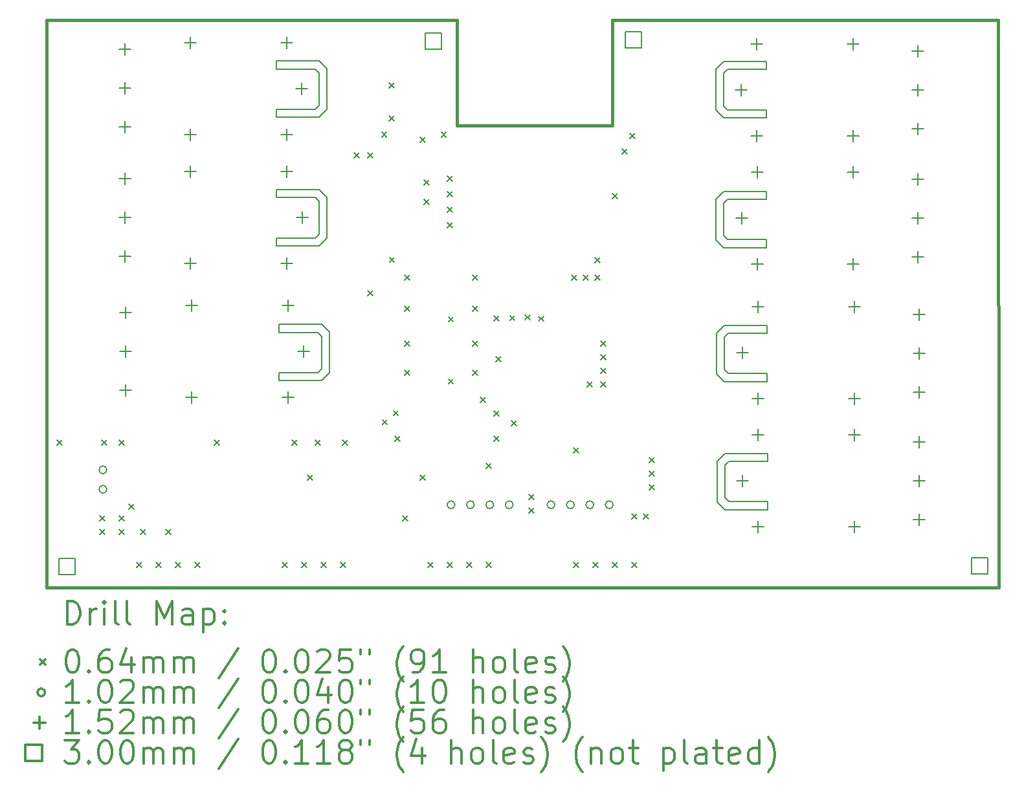
<source format=gbr>
%FSLAX45Y45*%
G04 Gerber Fmt 4.5, Leading zero omitted, Abs format (unit mm)*
G04 Created by KiCad (PCBNEW (5.1.6)-1) date 2020-06-22 15:28:19*
%MOMM*%
%LPD*%
G01*
G04 APERTURE LIST*
%TA.AperFunction,Profile*%
%ADD10C,0.203200*%
%TD*%
%TA.AperFunction,Profile*%
%ADD11C,0.381000*%
%TD*%
%ADD12C,0.200000*%
%ADD13C,0.300000*%
G04 APERTURE END LIST*
D10*
X16046450Y-8826500D02*
X15944850Y-8928100D01*
X16605250Y-8826500D02*
X16046450Y-8826500D01*
X15944850Y-9461500D02*
X16046450Y-9563100D01*
X15944850Y-8928100D02*
X15944850Y-9461500D01*
X16046450Y-9563100D02*
X16605250Y-9563100D01*
X16605250Y-9563100D02*
X16605250Y-9455150D01*
X16046450Y-8978900D02*
X16097250Y-8928100D01*
X16605250Y-9455150D02*
X16097250Y-9455150D01*
X16046450Y-9404350D02*
X16046450Y-8978900D01*
X16097250Y-8928100D02*
X16605250Y-8928100D01*
X16605250Y-8928100D02*
X16605250Y-8826500D01*
X16097250Y-9455150D02*
X16046450Y-9404350D01*
X16033750Y-7150100D02*
X15932150Y-7251700D01*
X16592550Y-7150100D02*
X16033750Y-7150100D01*
X15932150Y-7785100D02*
X16033750Y-7886700D01*
X15932150Y-7251700D02*
X15932150Y-7785100D01*
X16033750Y-7886700D02*
X16592550Y-7886700D01*
X16592550Y-7886700D02*
X16592550Y-7778750D01*
X16033750Y-7302500D02*
X16084550Y-7251700D01*
X16592550Y-7778750D02*
X16084550Y-7778750D01*
X16033750Y-7727950D02*
X16033750Y-7302500D01*
X16084550Y-7251700D02*
X16592550Y-7251700D01*
X16592550Y-7251700D02*
X16592550Y-7150100D01*
X16084550Y-7778750D02*
X16033750Y-7727950D01*
X16027400Y-5397500D02*
X15925800Y-5499100D01*
X16586200Y-5397500D02*
X16027400Y-5397500D01*
X15925800Y-6032500D02*
X16027400Y-6134100D01*
X15925800Y-5499100D02*
X15925800Y-6032500D01*
X16027400Y-6134100D02*
X16586200Y-6134100D01*
X16586200Y-6134100D02*
X16586200Y-6026150D01*
X16027400Y-5549900D02*
X16078200Y-5499100D01*
X16586200Y-6026150D02*
X16078200Y-6026150D01*
X16027400Y-5975350D02*
X16027400Y-5549900D01*
X16078200Y-5499100D02*
X16586200Y-5499100D01*
X16586200Y-5499100D02*
X16586200Y-5397500D01*
X16078200Y-6026150D02*
X16027400Y-5975350D01*
X16027400Y-3702050D02*
X15925800Y-3803650D01*
X16586200Y-3702050D02*
X16027400Y-3702050D01*
X15925800Y-4337050D02*
X16027400Y-4438650D01*
X15925800Y-3803650D02*
X15925800Y-4337050D01*
X16027400Y-4438650D02*
X16586200Y-4438650D01*
X16586200Y-4438650D02*
X16586200Y-4330700D01*
X16027400Y-3854450D02*
X16078200Y-3803650D01*
X16586200Y-4330700D02*
X16078200Y-4330700D01*
X16027400Y-4279900D02*
X16027400Y-3854450D01*
X16078200Y-3803650D02*
X16586200Y-3803650D01*
X16586200Y-3803650D02*
X16586200Y-3702050D01*
X16078200Y-4330700D02*
X16027400Y-4279900D01*
X10737850Y-6108700D02*
X10839450Y-6007100D01*
X10179050Y-6108700D02*
X10737850Y-6108700D01*
X10839450Y-5473700D02*
X10737850Y-5372100D01*
X10839450Y-6007100D02*
X10839450Y-5473700D01*
X10737850Y-5372100D02*
X10179050Y-5372100D01*
X10179050Y-5372100D02*
X10179050Y-5480050D01*
X10737850Y-5956300D02*
X10687050Y-6007100D01*
X10179050Y-5480050D02*
X10687050Y-5480050D01*
X10737850Y-5530850D02*
X10737850Y-5956300D01*
X10687050Y-6007100D02*
X10179050Y-6007100D01*
X10179050Y-6007100D02*
X10179050Y-6108700D01*
X10687050Y-5480050D02*
X10737850Y-5530850D01*
X10769600Y-7874000D02*
X10871200Y-7772400D01*
X10210800Y-7874000D02*
X10769600Y-7874000D01*
X10871200Y-7239000D02*
X10769600Y-7137400D01*
X10871200Y-7772400D02*
X10871200Y-7239000D01*
X10769600Y-7137400D02*
X10210800Y-7137400D01*
X10210800Y-7137400D02*
X10210800Y-7245350D01*
X10769600Y-7721600D02*
X10718800Y-7772400D01*
X10210800Y-7245350D02*
X10718800Y-7245350D01*
X10769600Y-7296150D02*
X10769600Y-7721600D01*
X10718800Y-7772400D02*
X10210800Y-7772400D01*
X10210800Y-7772400D02*
X10210800Y-7874000D01*
X10718800Y-7245350D02*
X10769600Y-7296150D01*
X10737850Y-4425950D02*
X10839450Y-4324350D01*
X10179050Y-4425950D02*
X10737850Y-4425950D01*
X10839450Y-3790950D02*
X10737850Y-3689350D01*
X10839450Y-4324350D02*
X10839450Y-3790950D01*
X10737850Y-3689350D02*
X10179050Y-3689350D01*
X10179050Y-3689350D02*
X10179050Y-3797300D01*
X10737850Y-4273550D02*
X10687050Y-4324350D01*
X10179050Y-3797300D02*
X10687050Y-3797300D01*
X10737850Y-3848100D02*
X10737850Y-4273550D01*
X10687050Y-4324350D02*
X10179050Y-4324350D01*
X10179050Y-4324350D02*
X10179050Y-4425950D01*
X10687050Y-3797300D02*
X10737850Y-3848100D01*
D11*
X7169150Y-3155950D02*
X12534900Y-3155950D01*
X14573250Y-3155950D02*
X19615150Y-3155950D01*
X12534900Y-4533900D02*
X12534900Y-3155950D01*
X14573250Y-4533900D02*
X14573250Y-3155950D01*
X12534900Y-4533900D02*
X14573250Y-4533900D01*
X7169150Y-10579100D02*
X7169150Y-3155950D01*
X19621500Y-10579100D02*
X7169150Y-10579100D01*
X19615150Y-3155950D02*
X19621500Y-10579100D01*
D12*
X7308850Y-8655050D02*
X7372350Y-8718550D01*
X7372350Y-8655050D02*
X7308850Y-8718550D01*
X7867650Y-9645650D02*
X7931150Y-9709150D01*
X7931150Y-9645650D02*
X7867650Y-9709150D01*
X7867650Y-9823450D02*
X7931150Y-9886950D01*
X7931150Y-9823450D02*
X7867650Y-9886950D01*
X7893050Y-8655050D02*
X7956550Y-8718550D01*
X7956550Y-8655050D02*
X7893050Y-8718550D01*
X8121650Y-8655050D02*
X8185150Y-8718550D01*
X8185150Y-8655050D02*
X8121650Y-8718550D01*
X8121650Y-9645650D02*
X8185150Y-9709150D01*
X8185150Y-9645650D02*
X8121650Y-9709150D01*
X8121650Y-9823450D02*
X8185150Y-9886950D01*
X8185150Y-9823450D02*
X8121650Y-9886950D01*
X8248650Y-9493250D02*
X8312150Y-9556750D01*
X8312150Y-9493250D02*
X8248650Y-9556750D01*
X8350250Y-10255250D02*
X8413750Y-10318750D01*
X8413750Y-10255250D02*
X8350250Y-10318750D01*
X8401050Y-9823450D02*
X8464550Y-9886950D01*
X8464550Y-9823450D02*
X8401050Y-9886950D01*
X8604250Y-10255250D02*
X8667750Y-10318750D01*
X8667750Y-10255250D02*
X8604250Y-10318750D01*
X8731250Y-9823450D02*
X8794750Y-9886950D01*
X8794750Y-9823450D02*
X8731250Y-9886950D01*
X8858250Y-10255250D02*
X8921750Y-10318750D01*
X8921750Y-10255250D02*
X8858250Y-10318750D01*
X9112250Y-10255250D02*
X9175750Y-10318750D01*
X9175750Y-10255250D02*
X9112250Y-10318750D01*
X9366250Y-8655050D02*
X9429750Y-8718550D01*
X9429750Y-8655050D02*
X9366250Y-8718550D01*
X10255250Y-10255250D02*
X10318750Y-10318750D01*
X10318750Y-10255250D02*
X10255250Y-10318750D01*
X10382250Y-8655050D02*
X10445750Y-8718550D01*
X10445750Y-8655050D02*
X10382250Y-8718550D01*
X10509250Y-10255250D02*
X10572750Y-10318750D01*
X10572750Y-10255250D02*
X10509250Y-10318750D01*
X10585450Y-9112250D02*
X10648950Y-9175750D01*
X10648950Y-9112250D02*
X10585450Y-9175750D01*
X10687050Y-8655050D02*
X10750550Y-8718550D01*
X10750550Y-8655050D02*
X10687050Y-8718550D01*
X10763250Y-10255250D02*
X10826750Y-10318750D01*
X10826750Y-10255250D02*
X10763250Y-10318750D01*
X11017250Y-10255250D02*
X11080750Y-10318750D01*
X11080750Y-10255250D02*
X11017250Y-10318750D01*
X11042650Y-8655050D02*
X11106150Y-8718550D01*
X11106150Y-8655050D02*
X11042650Y-8718550D01*
X11195050Y-4895850D02*
X11258550Y-4959350D01*
X11258550Y-4895850D02*
X11195050Y-4959350D01*
X11372850Y-4895850D02*
X11436350Y-4959350D01*
X11436350Y-4895850D02*
X11372850Y-4959350D01*
X11372850Y-6699250D02*
X11436350Y-6762750D01*
X11436350Y-6699250D02*
X11372850Y-6762750D01*
X11551542Y-4623240D02*
X11615042Y-4686740D01*
X11615042Y-4623240D02*
X11551542Y-4686740D01*
X11563350Y-8388350D02*
X11626850Y-8451850D01*
X11626850Y-8388350D02*
X11563350Y-8451850D01*
X11652250Y-3981450D02*
X11715750Y-4044950D01*
X11715750Y-3981450D02*
X11652250Y-4044950D01*
X11652250Y-4413250D02*
X11715750Y-4476750D01*
X11715750Y-4413250D02*
X11652250Y-4476750D01*
X11655651Y-6264049D02*
X11719151Y-6327549D01*
X11719151Y-6264049D02*
X11655651Y-6327549D01*
X11706451Y-8270649D02*
X11769951Y-8334149D01*
X11769951Y-8270649D02*
X11706451Y-8334149D01*
X11728450Y-8604250D02*
X11791950Y-8667750D01*
X11791950Y-8604250D02*
X11728450Y-8667750D01*
X11830050Y-9645650D02*
X11893550Y-9709150D01*
X11893550Y-9645650D02*
X11830050Y-9709150D01*
X11855450Y-6496050D02*
X11918950Y-6559550D01*
X11918950Y-6496050D02*
X11855450Y-6559550D01*
X11855450Y-6902450D02*
X11918950Y-6965950D01*
X11918950Y-6902450D02*
X11855450Y-6965950D01*
X11855450Y-7359650D02*
X11918950Y-7423150D01*
X11918950Y-7359650D02*
X11855450Y-7423150D01*
X11855450Y-7740650D02*
X11918950Y-7804150D01*
X11918950Y-7740650D02*
X11855450Y-7804150D01*
X12058650Y-4692650D02*
X12122150Y-4756150D01*
X12122150Y-4692650D02*
X12058650Y-4756150D01*
X12058650Y-9112250D02*
X12122150Y-9175750D01*
X12122150Y-9112250D02*
X12058650Y-9175750D01*
X12109450Y-5251450D02*
X12172950Y-5314950D01*
X12172950Y-5251450D02*
X12109450Y-5314950D01*
X12109450Y-5505450D02*
X12172950Y-5568950D01*
X12172950Y-5505450D02*
X12109450Y-5568950D01*
X12160250Y-10255250D02*
X12223750Y-10318750D01*
X12223750Y-10255250D02*
X12160250Y-10318750D01*
X12331700Y-4622800D02*
X12395200Y-4686300D01*
X12395200Y-4622800D02*
X12331700Y-4686300D01*
X12414250Y-5200650D02*
X12477750Y-5264150D01*
X12477750Y-5200650D02*
X12414250Y-5264150D01*
X12414250Y-5403850D02*
X12477750Y-5467350D01*
X12477750Y-5403850D02*
X12414250Y-5467350D01*
X12414250Y-5607050D02*
X12477750Y-5670550D01*
X12477750Y-5607050D02*
X12414250Y-5670550D01*
X12414250Y-5810250D02*
X12477750Y-5873750D01*
X12477750Y-5810250D02*
X12414250Y-5873750D01*
X12414250Y-10255250D02*
X12477750Y-10318750D01*
X12477750Y-10255250D02*
X12414250Y-10318750D01*
X12426950Y-7042150D02*
X12490450Y-7105650D01*
X12490450Y-7042150D02*
X12426950Y-7105650D01*
X12426950Y-7854950D02*
X12490450Y-7918450D01*
X12490450Y-7854950D02*
X12426950Y-7918450D01*
X12668250Y-10255250D02*
X12731750Y-10318750D01*
X12731750Y-10255250D02*
X12668250Y-10318750D01*
X12744450Y-6496050D02*
X12807950Y-6559550D01*
X12807950Y-6496050D02*
X12744450Y-6559550D01*
X12744450Y-6902450D02*
X12807950Y-6965950D01*
X12807950Y-6902450D02*
X12744450Y-6965950D01*
X12744450Y-7359650D02*
X12807950Y-7423150D01*
X12807950Y-7359650D02*
X12744450Y-7423150D01*
X12744450Y-7740650D02*
X12807950Y-7804150D01*
X12807950Y-7740650D02*
X12744450Y-7804150D01*
X12846050Y-8096250D02*
X12909550Y-8159750D01*
X12909550Y-8096250D02*
X12846050Y-8159750D01*
X12922250Y-8959850D02*
X12985750Y-9023350D01*
X12985750Y-8959850D02*
X12922250Y-9023350D01*
X12922250Y-10255250D02*
X12985750Y-10318750D01*
X12985750Y-10255250D02*
X12922250Y-10318750D01*
X13023850Y-7029450D02*
X13087350Y-7092950D01*
X13087350Y-7029450D02*
X13023850Y-7092950D01*
X13023850Y-8274050D02*
X13087350Y-8337550D01*
X13087350Y-8274050D02*
X13023850Y-8337550D01*
X13023850Y-8604250D02*
X13087350Y-8667750D01*
X13087350Y-8604250D02*
X13023850Y-8667750D01*
X13049250Y-7562850D02*
X13112750Y-7626350D01*
X13112750Y-7562850D02*
X13049250Y-7626350D01*
X13231021Y-7025479D02*
X13294521Y-7088979D01*
X13294521Y-7025479D02*
X13231021Y-7088979D01*
X13252450Y-8401050D02*
X13315950Y-8464550D01*
X13315950Y-8401050D02*
X13252450Y-8464550D01*
X13429029Y-7017270D02*
X13492529Y-7080770D01*
X13492529Y-7017270D02*
X13429029Y-7080770D01*
X13481050Y-9366250D02*
X13544550Y-9429750D01*
X13544550Y-9366250D02*
X13481050Y-9429750D01*
X13481050Y-9544050D02*
X13544550Y-9607550D01*
X13544550Y-9544050D02*
X13481050Y-9607550D01*
X13606273Y-7031323D02*
X13669773Y-7094823D01*
X13669773Y-7031323D02*
X13606273Y-7094823D01*
X14039850Y-6496050D02*
X14103350Y-6559550D01*
X14103350Y-6496050D02*
X14039850Y-6559550D01*
X14065250Y-8756650D02*
X14128750Y-8820150D01*
X14128750Y-8756650D02*
X14065250Y-8820150D01*
X14065250Y-10255250D02*
X14128750Y-10318750D01*
X14128750Y-10255250D02*
X14065250Y-10318750D01*
X14192250Y-6496050D02*
X14255750Y-6559550D01*
X14255750Y-6496050D02*
X14192250Y-6559550D01*
X14243050Y-7893050D02*
X14306550Y-7956550D01*
X14306550Y-7893050D02*
X14243050Y-7956550D01*
X14319250Y-10255250D02*
X14382750Y-10318750D01*
X14382750Y-10255250D02*
X14319250Y-10318750D01*
X14344650Y-6267450D02*
X14408150Y-6330950D01*
X14408150Y-6267450D02*
X14344650Y-6330950D01*
X14344650Y-6496050D02*
X14408150Y-6559550D01*
X14408150Y-6496050D02*
X14344650Y-6559550D01*
X14420850Y-7359650D02*
X14484350Y-7423150D01*
X14484350Y-7359650D02*
X14420850Y-7423150D01*
X14420850Y-7537450D02*
X14484350Y-7600950D01*
X14484350Y-7537450D02*
X14420850Y-7600950D01*
X14420850Y-7715250D02*
X14484350Y-7778750D01*
X14484350Y-7715250D02*
X14420850Y-7778750D01*
X14420850Y-7893050D02*
X14484350Y-7956550D01*
X14484350Y-7893050D02*
X14420850Y-7956550D01*
X14573250Y-5429250D02*
X14636750Y-5492750D01*
X14636750Y-5429250D02*
X14573250Y-5492750D01*
X14573250Y-10255250D02*
X14636750Y-10318750D01*
X14636750Y-10255250D02*
X14573250Y-10318750D01*
X14700250Y-4845050D02*
X14763750Y-4908550D01*
X14763750Y-4845050D02*
X14700250Y-4908550D01*
X14801850Y-4641850D02*
X14865350Y-4705350D01*
X14865350Y-4641850D02*
X14801850Y-4705350D01*
X14827250Y-9620250D02*
X14890750Y-9683750D01*
X14890750Y-9620250D02*
X14827250Y-9683750D01*
X14827250Y-10255250D02*
X14890750Y-10318750D01*
X14890750Y-10255250D02*
X14827250Y-10318750D01*
X14979650Y-9620250D02*
X15043150Y-9683750D01*
X15043150Y-9620250D02*
X14979650Y-9683750D01*
X15055850Y-8883650D02*
X15119350Y-8947150D01*
X15119350Y-8883650D02*
X15055850Y-8947150D01*
X15055850Y-9061450D02*
X15119350Y-9124950D01*
X15119350Y-9061450D02*
X15055850Y-9124950D01*
X15055850Y-9239250D02*
X15119350Y-9302750D01*
X15119350Y-9239250D02*
X15055850Y-9302750D01*
X7956550Y-9042400D02*
G75*
G03*
X7956550Y-9042400I-50800J0D01*
G01*
X7956550Y-9296400D02*
G75*
G03*
X7956550Y-9296400I-50800J0D01*
G01*
X12509500Y-9499600D02*
G75*
G03*
X12509500Y-9499600I-50800J0D01*
G01*
X12763500Y-9499600D02*
G75*
G03*
X12763500Y-9499600I-50800J0D01*
G01*
X13017500Y-9499600D02*
G75*
G03*
X13017500Y-9499600I-50800J0D01*
G01*
X13271500Y-9499600D02*
G75*
G03*
X13271500Y-9499600I-50800J0D01*
G01*
X13817600Y-9499600D02*
G75*
G03*
X13817600Y-9499600I-50800J0D01*
G01*
X14071600Y-9499600D02*
G75*
G03*
X14071600Y-9499600I-50800J0D01*
G01*
X14325600Y-9499600D02*
G75*
G03*
X14325600Y-9499600I-50800J0D01*
G01*
X14579600Y-9499600D02*
G75*
G03*
X14579600Y-9499600I-50800J0D01*
G01*
X8190230Y-3465830D02*
X8190230Y-3618230D01*
X8114030Y-3542030D02*
X8266430Y-3542030D01*
X8190230Y-3973830D02*
X8190230Y-4126230D01*
X8114030Y-4050030D02*
X8266430Y-4050030D01*
X8190230Y-4481830D02*
X8190230Y-4634230D01*
X8114030Y-4558030D02*
X8266430Y-4558030D01*
X16262350Y-5670550D02*
X16262350Y-5822950D01*
X16186150Y-5746750D02*
X16338550Y-5746750D01*
X16462350Y-5070550D02*
X16462350Y-5222950D01*
X16386150Y-5146750D02*
X16538550Y-5146750D01*
X16462350Y-6270550D02*
X16462350Y-6422950D01*
X16386150Y-6346750D02*
X16538550Y-6346750D01*
X17722850Y-5070550D02*
X17722850Y-5222950D01*
X17646650Y-5146750D02*
X17799050Y-5146750D01*
X17722850Y-6270550D02*
X17722850Y-6422950D01*
X17646650Y-6346750D02*
X17799050Y-6346750D01*
X8200390Y-6910070D02*
X8200390Y-7062470D01*
X8124190Y-6986270D02*
X8276590Y-6986270D01*
X8200390Y-7418070D02*
X8200390Y-7570470D01*
X8124190Y-7494270D02*
X8276590Y-7494270D01*
X8200390Y-7926070D02*
X8200390Y-8078470D01*
X8124190Y-8002270D02*
X8276590Y-8002270D01*
X16275050Y-9112250D02*
X16275050Y-9264650D01*
X16198850Y-9188450D02*
X16351250Y-9188450D01*
X16475050Y-8512250D02*
X16475050Y-8664650D01*
X16398850Y-8588450D02*
X16551250Y-8588450D01*
X16475050Y-9712250D02*
X16475050Y-9864650D01*
X16398850Y-9788450D02*
X16551250Y-9788450D01*
X17735550Y-8512250D02*
X17735550Y-8664650D01*
X17659350Y-8588450D02*
X17811750Y-8588450D01*
X17735550Y-9712250D02*
X17735550Y-9864650D01*
X17659350Y-9788450D02*
X17811750Y-9788450D01*
X18578830Y-6930390D02*
X18578830Y-7082790D01*
X18502630Y-7006590D02*
X18655030Y-7006590D01*
X18578830Y-7438390D02*
X18578830Y-7590790D01*
X18502630Y-7514590D02*
X18655030Y-7514590D01*
X18578830Y-7946390D02*
X18578830Y-8098790D01*
X18502630Y-8022590D02*
X18655030Y-8022590D01*
X18568670Y-3491230D02*
X18568670Y-3643630D01*
X18492470Y-3567430D02*
X18644870Y-3567430D01*
X18568670Y-3999230D02*
X18568670Y-4151630D01*
X18492470Y-4075430D02*
X18644870Y-4075430D01*
X18568670Y-4507230D02*
X18568670Y-4659630D01*
X18492470Y-4583430D02*
X18644870Y-4583430D01*
X9048750Y-3381450D02*
X9048750Y-3533850D01*
X8972550Y-3457650D02*
X9124950Y-3457650D01*
X9048750Y-4581450D02*
X9048750Y-4733850D01*
X8972550Y-4657650D02*
X9124950Y-4657650D01*
X10309250Y-3381450D02*
X10309250Y-3533850D01*
X10233050Y-3457650D02*
X10385450Y-3457650D01*
X10309250Y-4581450D02*
X10309250Y-4733850D01*
X10233050Y-4657650D02*
X10385450Y-4657650D01*
X10509250Y-3981450D02*
X10509250Y-4133850D01*
X10433050Y-4057650D02*
X10585450Y-4057650D01*
X16256950Y-3994150D02*
X16256950Y-4146550D01*
X16180750Y-4070350D02*
X16333150Y-4070350D01*
X16456950Y-3394150D02*
X16456950Y-3546550D01*
X16380750Y-3470350D02*
X16533150Y-3470350D01*
X16456950Y-4594150D02*
X16456950Y-4746550D01*
X16380750Y-4670350D02*
X16533150Y-4670350D01*
X17717450Y-3394150D02*
X17717450Y-3546550D01*
X17641250Y-3470350D02*
X17793650Y-3470350D01*
X17717450Y-4594150D02*
X17717450Y-4746550D01*
X17641250Y-4670350D02*
X17793650Y-4670350D01*
X8195310Y-5157470D02*
X8195310Y-5309870D01*
X8119110Y-5233670D02*
X8271510Y-5233670D01*
X8195310Y-5665470D02*
X8195310Y-5817870D01*
X8119110Y-5741670D02*
X8271510Y-5741670D01*
X8195310Y-6173470D02*
X8195310Y-6325870D01*
X8119110Y-6249670D02*
X8271510Y-6249670D01*
X16275050Y-7435850D02*
X16275050Y-7588250D01*
X16198850Y-7512050D02*
X16351250Y-7512050D01*
X16475050Y-6835850D02*
X16475050Y-6988250D01*
X16398850Y-6912050D02*
X16551250Y-6912050D01*
X16475050Y-8035850D02*
X16475050Y-8188250D01*
X16398850Y-8112050D02*
X16551250Y-8112050D01*
X17735550Y-6835850D02*
X17735550Y-6988250D01*
X17659350Y-6912050D02*
X17811750Y-6912050D01*
X17735550Y-8035850D02*
X17735550Y-8188250D01*
X17659350Y-8112050D02*
X17811750Y-8112050D01*
X18586450Y-8597900D02*
X18586450Y-8750300D01*
X18510250Y-8674100D02*
X18662650Y-8674100D01*
X18586450Y-9105900D02*
X18586450Y-9258300D01*
X18510250Y-9182100D02*
X18662650Y-9182100D01*
X18586450Y-9613900D02*
X18586450Y-9766300D01*
X18510250Y-9690100D02*
X18662650Y-9690100D01*
X9066530Y-6818070D02*
X9066530Y-6970470D01*
X8990330Y-6894270D02*
X9142730Y-6894270D01*
X9066530Y-8018070D02*
X9066530Y-8170470D01*
X8990330Y-8094270D02*
X9142730Y-8094270D01*
X10327030Y-6818070D02*
X10327030Y-6970470D01*
X10250830Y-6894270D02*
X10403230Y-6894270D01*
X10327030Y-8018070D02*
X10327030Y-8170470D01*
X10250830Y-8094270D02*
X10403230Y-8094270D01*
X10527030Y-7418070D02*
X10527030Y-7570470D01*
X10450830Y-7494270D02*
X10603230Y-7494270D01*
X18568670Y-5162550D02*
X18568670Y-5314950D01*
X18492470Y-5238750D02*
X18644870Y-5238750D01*
X18568670Y-5670550D02*
X18568670Y-5822950D01*
X18492470Y-5746750D02*
X18644870Y-5746750D01*
X18568670Y-6178550D02*
X18568670Y-6330950D01*
X18492470Y-6254750D02*
X18644870Y-6254750D01*
X9051290Y-5065470D02*
X9051290Y-5217870D01*
X8975090Y-5141670D02*
X9127490Y-5141670D01*
X9051290Y-6265470D02*
X9051290Y-6417870D01*
X8975090Y-6341670D02*
X9127490Y-6341670D01*
X10311790Y-5065470D02*
X10311790Y-5217870D01*
X10235590Y-5141670D02*
X10387990Y-5141670D01*
X10311790Y-6265470D02*
X10311790Y-6417870D01*
X10235590Y-6341670D02*
X10387990Y-6341670D01*
X10511790Y-5665470D02*
X10511790Y-5817870D01*
X10435590Y-5741670D02*
X10587990Y-5741670D01*
X14952367Y-3522367D02*
X14952367Y-3310233D01*
X14740233Y-3310233D01*
X14740233Y-3522367D01*
X14952367Y-3522367D01*
X19479917Y-10405767D02*
X19479917Y-10193633D01*
X19267783Y-10193633D01*
X19267783Y-10405767D01*
X19479917Y-10405767D01*
X12336167Y-3535067D02*
X12336167Y-3322933D01*
X12124033Y-3322933D01*
X12124033Y-3535067D01*
X12336167Y-3535067D01*
X7541917Y-10412117D02*
X7541917Y-10199983D01*
X7329783Y-10199983D01*
X7329783Y-10412117D01*
X7541917Y-10412117D01*
D13*
X7436528Y-11063864D02*
X7436528Y-10763864D01*
X7507957Y-10763864D01*
X7550814Y-10778150D01*
X7579386Y-10806722D01*
X7593671Y-10835293D01*
X7607957Y-10892436D01*
X7607957Y-10935293D01*
X7593671Y-10992436D01*
X7579386Y-11021007D01*
X7550814Y-11049579D01*
X7507957Y-11063864D01*
X7436528Y-11063864D01*
X7736528Y-11063864D02*
X7736528Y-10863864D01*
X7736528Y-10921007D02*
X7750814Y-10892436D01*
X7765100Y-10878150D01*
X7793671Y-10863864D01*
X7822243Y-10863864D01*
X7922243Y-11063864D02*
X7922243Y-10863864D01*
X7922243Y-10763864D02*
X7907957Y-10778150D01*
X7922243Y-10792436D01*
X7936528Y-10778150D01*
X7922243Y-10763864D01*
X7922243Y-10792436D01*
X8107957Y-11063864D02*
X8079386Y-11049579D01*
X8065100Y-11021007D01*
X8065100Y-10763864D01*
X8265100Y-11063864D02*
X8236528Y-11049579D01*
X8222243Y-11021007D01*
X8222243Y-10763864D01*
X8607957Y-11063864D02*
X8607957Y-10763864D01*
X8707957Y-10978150D01*
X8807957Y-10763864D01*
X8807957Y-11063864D01*
X9079386Y-11063864D02*
X9079386Y-10906722D01*
X9065100Y-10878150D01*
X9036528Y-10863864D01*
X8979386Y-10863864D01*
X8950814Y-10878150D01*
X9079386Y-11049579D02*
X9050814Y-11063864D01*
X8979386Y-11063864D01*
X8950814Y-11049579D01*
X8936528Y-11021007D01*
X8936528Y-10992436D01*
X8950814Y-10963864D01*
X8979386Y-10949579D01*
X9050814Y-10949579D01*
X9079386Y-10935293D01*
X9222243Y-10863864D02*
X9222243Y-11163864D01*
X9222243Y-10878150D02*
X9250814Y-10863864D01*
X9307957Y-10863864D01*
X9336528Y-10878150D01*
X9350814Y-10892436D01*
X9365100Y-10921007D01*
X9365100Y-11006722D01*
X9350814Y-11035293D01*
X9336528Y-11049579D01*
X9307957Y-11063864D01*
X9250814Y-11063864D01*
X9222243Y-11049579D01*
X9493671Y-11035293D02*
X9507957Y-11049579D01*
X9493671Y-11063864D01*
X9479386Y-11049579D01*
X9493671Y-11035293D01*
X9493671Y-11063864D01*
X9493671Y-10878150D02*
X9507957Y-10892436D01*
X9493671Y-10906722D01*
X9479386Y-10892436D01*
X9493671Y-10878150D01*
X9493671Y-10906722D01*
X7086600Y-11526400D02*
X7150100Y-11589900D01*
X7150100Y-11526400D02*
X7086600Y-11589900D01*
X7493671Y-11393864D02*
X7522243Y-11393864D01*
X7550814Y-11408150D01*
X7565100Y-11422436D01*
X7579386Y-11451007D01*
X7593671Y-11508150D01*
X7593671Y-11579579D01*
X7579386Y-11636721D01*
X7565100Y-11665293D01*
X7550814Y-11679579D01*
X7522243Y-11693864D01*
X7493671Y-11693864D01*
X7465100Y-11679579D01*
X7450814Y-11665293D01*
X7436528Y-11636721D01*
X7422243Y-11579579D01*
X7422243Y-11508150D01*
X7436528Y-11451007D01*
X7450814Y-11422436D01*
X7465100Y-11408150D01*
X7493671Y-11393864D01*
X7722243Y-11665293D02*
X7736528Y-11679579D01*
X7722243Y-11693864D01*
X7707957Y-11679579D01*
X7722243Y-11665293D01*
X7722243Y-11693864D01*
X7993671Y-11393864D02*
X7936528Y-11393864D01*
X7907957Y-11408150D01*
X7893671Y-11422436D01*
X7865100Y-11465293D01*
X7850814Y-11522436D01*
X7850814Y-11636721D01*
X7865100Y-11665293D01*
X7879386Y-11679579D01*
X7907957Y-11693864D01*
X7965100Y-11693864D01*
X7993671Y-11679579D01*
X8007957Y-11665293D01*
X8022243Y-11636721D01*
X8022243Y-11565293D01*
X8007957Y-11536721D01*
X7993671Y-11522436D01*
X7965100Y-11508150D01*
X7907957Y-11508150D01*
X7879386Y-11522436D01*
X7865100Y-11536721D01*
X7850814Y-11565293D01*
X8279386Y-11493864D02*
X8279386Y-11693864D01*
X8207957Y-11379579D02*
X8136528Y-11593864D01*
X8322243Y-11593864D01*
X8436528Y-11693864D02*
X8436528Y-11493864D01*
X8436528Y-11522436D02*
X8450814Y-11508150D01*
X8479386Y-11493864D01*
X8522243Y-11493864D01*
X8550814Y-11508150D01*
X8565100Y-11536721D01*
X8565100Y-11693864D01*
X8565100Y-11536721D02*
X8579386Y-11508150D01*
X8607957Y-11493864D01*
X8650814Y-11493864D01*
X8679386Y-11508150D01*
X8693671Y-11536721D01*
X8693671Y-11693864D01*
X8836528Y-11693864D02*
X8836528Y-11493864D01*
X8836528Y-11522436D02*
X8850814Y-11508150D01*
X8879386Y-11493864D01*
X8922243Y-11493864D01*
X8950814Y-11508150D01*
X8965100Y-11536721D01*
X8965100Y-11693864D01*
X8965100Y-11536721D02*
X8979386Y-11508150D01*
X9007957Y-11493864D01*
X9050814Y-11493864D01*
X9079386Y-11508150D01*
X9093671Y-11536721D01*
X9093671Y-11693864D01*
X9679386Y-11379579D02*
X9422243Y-11765293D01*
X10065100Y-11393864D02*
X10093671Y-11393864D01*
X10122243Y-11408150D01*
X10136528Y-11422436D01*
X10150814Y-11451007D01*
X10165100Y-11508150D01*
X10165100Y-11579579D01*
X10150814Y-11636721D01*
X10136528Y-11665293D01*
X10122243Y-11679579D01*
X10093671Y-11693864D01*
X10065100Y-11693864D01*
X10036528Y-11679579D01*
X10022243Y-11665293D01*
X10007957Y-11636721D01*
X9993671Y-11579579D01*
X9993671Y-11508150D01*
X10007957Y-11451007D01*
X10022243Y-11422436D01*
X10036528Y-11408150D01*
X10065100Y-11393864D01*
X10293671Y-11665293D02*
X10307957Y-11679579D01*
X10293671Y-11693864D01*
X10279386Y-11679579D01*
X10293671Y-11665293D01*
X10293671Y-11693864D01*
X10493671Y-11393864D02*
X10522243Y-11393864D01*
X10550814Y-11408150D01*
X10565100Y-11422436D01*
X10579386Y-11451007D01*
X10593671Y-11508150D01*
X10593671Y-11579579D01*
X10579386Y-11636721D01*
X10565100Y-11665293D01*
X10550814Y-11679579D01*
X10522243Y-11693864D01*
X10493671Y-11693864D01*
X10465100Y-11679579D01*
X10450814Y-11665293D01*
X10436528Y-11636721D01*
X10422243Y-11579579D01*
X10422243Y-11508150D01*
X10436528Y-11451007D01*
X10450814Y-11422436D01*
X10465100Y-11408150D01*
X10493671Y-11393864D01*
X10707957Y-11422436D02*
X10722243Y-11408150D01*
X10750814Y-11393864D01*
X10822243Y-11393864D01*
X10850814Y-11408150D01*
X10865100Y-11422436D01*
X10879386Y-11451007D01*
X10879386Y-11479579D01*
X10865100Y-11522436D01*
X10693671Y-11693864D01*
X10879386Y-11693864D01*
X11150814Y-11393864D02*
X11007957Y-11393864D01*
X10993671Y-11536721D01*
X11007957Y-11522436D01*
X11036528Y-11508150D01*
X11107957Y-11508150D01*
X11136528Y-11522436D01*
X11150814Y-11536721D01*
X11165100Y-11565293D01*
X11165100Y-11636721D01*
X11150814Y-11665293D01*
X11136528Y-11679579D01*
X11107957Y-11693864D01*
X11036528Y-11693864D01*
X11007957Y-11679579D01*
X10993671Y-11665293D01*
X11279386Y-11393864D02*
X11279386Y-11451007D01*
X11393671Y-11393864D02*
X11393671Y-11451007D01*
X11836528Y-11808150D02*
X11822243Y-11793864D01*
X11793671Y-11751007D01*
X11779386Y-11722436D01*
X11765100Y-11679579D01*
X11750814Y-11608150D01*
X11750814Y-11551007D01*
X11765100Y-11479579D01*
X11779386Y-11436721D01*
X11793671Y-11408150D01*
X11822243Y-11365293D01*
X11836528Y-11351007D01*
X11965100Y-11693864D02*
X12022243Y-11693864D01*
X12050814Y-11679579D01*
X12065100Y-11665293D01*
X12093671Y-11622436D01*
X12107957Y-11565293D01*
X12107957Y-11451007D01*
X12093671Y-11422436D01*
X12079386Y-11408150D01*
X12050814Y-11393864D01*
X11993671Y-11393864D01*
X11965100Y-11408150D01*
X11950814Y-11422436D01*
X11936528Y-11451007D01*
X11936528Y-11522436D01*
X11950814Y-11551007D01*
X11965100Y-11565293D01*
X11993671Y-11579579D01*
X12050814Y-11579579D01*
X12079386Y-11565293D01*
X12093671Y-11551007D01*
X12107957Y-11522436D01*
X12393671Y-11693864D02*
X12222243Y-11693864D01*
X12307957Y-11693864D02*
X12307957Y-11393864D01*
X12279386Y-11436721D01*
X12250814Y-11465293D01*
X12222243Y-11479579D01*
X12750814Y-11693864D02*
X12750814Y-11393864D01*
X12879386Y-11693864D02*
X12879386Y-11536721D01*
X12865100Y-11508150D01*
X12836528Y-11493864D01*
X12793671Y-11493864D01*
X12765100Y-11508150D01*
X12750814Y-11522436D01*
X13065100Y-11693864D02*
X13036528Y-11679579D01*
X13022243Y-11665293D01*
X13007957Y-11636721D01*
X13007957Y-11551007D01*
X13022243Y-11522436D01*
X13036528Y-11508150D01*
X13065100Y-11493864D01*
X13107957Y-11493864D01*
X13136528Y-11508150D01*
X13150814Y-11522436D01*
X13165100Y-11551007D01*
X13165100Y-11636721D01*
X13150814Y-11665293D01*
X13136528Y-11679579D01*
X13107957Y-11693864D01*
X13065100Y-11693864D01*
X13336528Y-11693864D02*
X13307957Y-11679579D01*
X13293671Y-11651007D01*
X13293671Y-11393864D01*
X13565100Y-11679579D02*
X13536528Y-11693864D01*
X13479386Y-11693864D01*
X13450814Y-11679579D01*
X13436528Y-11651007D01*
X13436528Y-11536721D01*
X13450814Y-11508150D01*
X13479386Y-11493864D01*
X13536528Y-11493864D01*
X13565100Y-11508150D01*
X13579386Y-11536721D01*
X13579386Y-11565293D01*
X13436528Y-11593864D01*
X13693671Y-11679579D02*
X13722243Y-11693864D01*
X13779386Y-11693864D01*
X13807957Y-11679579D01*
X13822243Y-11651007D01*
X13822243Y-11636721D01*
X13807957Y-11608150D01*
X13779386Y-11593864D01*
X13736528Y-11593864D01*
X13707957Y-11579579D01*
X13693671Y-11551007D01*
X13693671Y-11536721D01*
X13707957Y-11508150D01*
X13736528Y-11493864D01*
X13779386Y-11493864D01*
X13807957Y-11508150D01*
X13922243Y-11808150D02*
X13936528Y-11793864D01*
X13965100Y-11751007D01*
X13979386Y-11722436D01*
X13993671Y-11679579D01*
X14007957Y-11608150D01*
X14007957Y-11551007D01*
X13993671Y-11479579D01*
X13979386Y-11436721D01*
X13965100Y-11408150D01*
X13936528Y-11365293D01*
X13922243Y-11351007D01*
X7150100Y-11954150D02*
G75*
G03*
X7150100Y-11954150I-50800J0D01*
G01*
X7593671Y-12089864D02*
X7422243Y-12089864D01*
X7507957Y-12089864D02*
X7507957Y-11789864D01*
X7479386Y-11832721D01*
X7450814Y-11861293D01*
X7422243Y-11875579D01*
X7722243Y-12061293D02*
X7736528Y-12075579D01*
X7722243Y-12089864D01*
X7707957Y-12075579D01*
X7722243Y-12061293D01*
X7722243Y-12089864D01*
X7922243Y-11789864D02*
X7950814Y-11789864D01*
X7979386Y-11804150D01*
X7993671Y-11818436D01*
X8007957Y-11847007D01*
X8022243Y-11904150D01*
X8022243Y-11975579D01*
X8007957Y-12032721D01*
X7993671Y-12061293D01*
X7979386Y-12075579D01*
X7950814Y-12089864D01*
X7922243Y-12089864D01*
X7893671Y-12075579D01*
X7879386Y-12061293D01*
X7865100Y-12032721D01*
X7850814Y-11975579D01*
X7850814Y-11904150D01*
X7865100Y-11847007D01*
X7879386Y-11818436D01*
X7893671Y-11804150D01*
X7922243Y-11789864D01*
X8136528Y-11818436D02*
X8150814Y-11804150D01*
X8179386Y-11789864D01*
X8250814Y-11789864D01*
X8279386Y-11804150D01*
X8293671Y-11818436D01*
X8307957Y-11847007D01*
X8307957Y-11875579D01*
X8293671Y-11918436D01*
X8122243Y-12089864D01*
X8307957Y-12089864D01*
X8436528Y-12089864D02*
X8436528Y-11889864D01*
X8436528Y-11918436D02*
X8450814Y-11904150D01*
X8479386Y-11889864D01*
X8522243Y-11889864D01*
X8550814Y-11904150D01*
X8565100Y-11932721D01*
X8565100Y-12089864D01*
X8565100Y-11932721D02*
X8579386Y-11904150D01*
X8607957Y-11889864D01*
X8650814Y-11889864D01*
X8679386Y-11904150D01*
X8693671Y-11932721D01*
X8693671Y-12089864D01*
X8836528Y-12089864D02*
X8836528Y-11889864D01*
X8836528Y-11918436D02*
X8850814Y-11904150D01*
X8879386Y-11889864D01*
X8922243Y-11889864D01*
X8950814Y-11904150D01*
X8965100Y-11932721D01*
X8965100Y-12089864D01*
X8965100Y-11932721D02*
X8979386Y-11904150D01*
X9007957Y-11889864D01*
X9050814Y-11889864D01*
X9079386Y-11904150D01*
X9093671Y-11932721D01*
X9093671Y-12089864D01*
X9679386Y-11775579D02*
X9422243Y-12161293D01*
X10065100Y-11789864D02*
X10093671Y-11789864D01*
X10122243Y-11804150D01*
X10136528Y-11818436D01*
X10150814Y-11847007D01*
X10165100Y-11904150D01*
X10165100Y-11975579D01*
X10150814Y-12032721D01*
X10136528Y-12061293D01*
X10122243Y-12075579D01*
X10093671Y-12089864D01*
X10065100Y-12089864D01*
X10036528Y-12075579D01*
X10022243Y-12061293D01*
X10007957Y-12032721D01*
X9993671Y-11975579D01*
X9993671Y-11904150D01*
X10007957Y-11847007D01*
X10022243Y-11818436D01*
X10036528Y-11804150D01*
X10065100Y-11789864D01*
X10293671Y-12061293D02*
X10307957Y-12075579D01*
X10293671Y-12089864D01*
X10279386Y-12075579D01*
X10293671Y-12061293D01*
X10293671Y-12089864D01*
X10493671Y-11789864D02*
X10522243Y-11789864D01*
X10550814Y-11804150D01*
X10565100Y-11818436D01*
X10579386Y-11847007D01*
X10593671Y-11904150D01*
X10593671Y-11975579D01*
X10579386Y-12032721D01*
X10565100Y-12061293D01*
X10550814Y-12075579D01*
X10522243Y-12089864D01*
X10493671Y-12089864D01*
X10465100Y-12075579D01*
X10450814Y-12061293D01*
X10436528Y-12032721D01*
X10422243Y-11975579D01*
X10422243Y-11904150D01*
X10436528Y-11847007D01*
X10450814Y-11818436D01*
X10465100Y-11804150D01*
X10493671Y-11789864D01*
X10850814Y-11889864D02*
X10850814Y-12089864D01*
X10779386Y-11775579D02*
X10707957Y-11989864D01*
X10893671Y-11989864D01*
X11065100Y-11789864D02*
X11093671Y-11789864D01*
X11122243Y-11804150D01*
X11136528Y-11818436D01*
X11150814Y-11847007D01*
X11165100Y-11904150D01*
X11165100Y-11975579D01*
X11150814Y-12032721D01*
X11136528Y-12061293D01*
X11122243Y-12075579D01*
X11093671Y-12089864D01*
X11065100Y-12089864D01*
X11036528Y-12075579D01*
X11022243Y-12061293D01*
X11007957Y-12032721D01*
X10993671Y-11975579D01*
X10993671Y-11904150D01*
X11007957Y-11847007D01*
X11022243Y-11818436D01*
X11036528Y-11804150D01*
X11065100Y-11789864D01*
X11279386Y-11789864D02*
X11279386Y-11847007D01*
X11393671Y-11789864D02*
X11393671Y-11847007D01*
X11836528Y-12204150D02*
X11822243Y-12189864D01*
X11793671Y-12147007D01*
X11779386Y-12118436D01*
X11765100Y-12075579D01*
X11750814Y-12004150D01*
X11750814Y-11947007D01*
X11765100Y-11875579D01*
X11779386Y-11832721D01*
X11793671Y-11804150D01*
X11822243Y-11761293D01*
X11836528Y-11747007D01*
X12107957Y-12089864D02*
X11936528Y-12089864D01*
X12022243Y-12089864D02*
X12022243Y-11789864D01*
X11993671Y-11832721D01*
X11965100Y-11861293D01*
X11936528Y-11875579D01*
X12293671Y-11789864D02*
X12322243Y-11789864D01*
X12350814Y-11804150D01*
X12365100Y-11818436D01*
X12379386Y-11847007D01*
X12393671Y-11904150D01*
X12393671Y-11975579D01*
X12379386Y-12032721D01*
X12365100Y-12061293D01*
X12350814Y-12075579D01*
X12322243Y-12089864D01*
X12293671Y-12089864D01*
X12265100Y-12075579D01*
X12250814Y-12061293D01*
X12236528Y-12032721D01*
X12222243Y-11975579D01*
X12222243Y-11904150D01*
X12236528Y-11847007D01*
X12250814Y-11818436D01*
X12265100Y-11804150D01*
X12293671Y-11789864D01*
X12750814Y-12089864D02*
X12750814Y-11789864D01*
X12879386Y-12089864D02*
X12879386Y-11932721D01*
X12865100Y-11904150D01*
X12836528Y-11889864D01*
X12793671Y-11889864D01*
X12765100Y-11904150D01*
X12750814Y-11918436D01*
X13065100Y-12089864D02*
X13036528Y-12075579D01*
X13022243Y-12061293D01*
X13007957Y-12032721D01*
X13007957Y-11947007D01*
X13022243Y-11918436D01*
X13036528Y-11904150D01*
X13065100Y-11889864D01*
X13107957Y-11889864D01*
X13136528Y-11904150D01*
X13150814Y-11918436D01*
X13165100Y-11947007D01*
X13165100Y-12032721D01*
X13150814Y-12061293D01*
X13136528Y-12075579D01*
X13107957Y-12089864D01*
X13065100Y-12089864D01*
X13336528Y-12089864D02*
X13307957Y-12075579D01*
X13293671Y-12047007D01*
X13293671Y-11789864D01*
X13565100Y-12075579D02*
X13536528Y-12089864D01*
X13479386Y-12089864D01*
X13450814Y-12075579D01*
X13436528Y-12047007D01*
X13436528Y-11932721D01*
X13450814Y-11904150D01*
X13479386Y-11889864D01*
X13536528Y-11889864D01*
X13565100Y-11904150D01*
X13579386Y-11932721D01*
X13579386Y-11961293D01*
X13436528Y-11989864D01*
X13693671Y-12075579D02*
X13722243Y-12089864D01*
X13779386Y-12089864D01*
X13807957Y-12075579D01*
X13822243Y-12047007D01*
X13822243Y-12032721D01*
X13807957Y-12004150D01*
X13779386Y-11989864D01*
X13736528Y-11989864D01*
X13707957Y-11975579D01*
X13693671Y-11947007D01*
X13693671Y-11932721D01*
X13707957Y-11904150D01*
X13736528Y-11889864D01*
X13779386Y-11889864D01*
X13807957Y-11904150D01*
X13922243Y-12204150D02*
X13936528Y-12189864D01*
X13965100Y-12147007D01*
X13979386Y-12118436D01*
X13993671Y-12075579D01*
X14007957Y-12004150D01*
X14007957Y-11947007D01*
X13993671Y-11875579D01*
X13979386Y-11832721D01*
X13965100Y-11804150D01*
X13936528Y-11761293D01*
X13922243Y-11747007D01*
X7073900Y-12273950D02*
X7073900Y-12426350D01*
X6997700Y-12350150D02*
X7150100Y-12350150D01*
X7593671Y-12485864D02*
X7422243Y-12485864D01*
X7507957Y-12485864D02*
X7507957Y-12185864D01*
X7479386Y-12228721D01*
X7450814Y-12257293D01*
X7422243Y-12271579D01*
X7722243Y-12457293D02*
X7736528Y-12471579D01*
X7722243Y-12485864D01*
X7707957Y-12471579D01*
X7722243Y-12457293D01*
X7722243Y-12485864D01*
X8007957Y-12185864D02*
X7865100Y-12185864D01*
X7850814Y-12328721D01*
X7865100Y-12314436D01*
X7893671Y-12300150D01*
X7965100Y-12300150D01*
X7993671Y-12314436D01*
X8007957Y-12328721D01*
X8022243Y-12357293D01*
X8022243Y-12428721D01*
X8007957Y-12457293D01*
X7993671Y-12471579D01*
X7965100Y-12485864D01*
X7893671Y-12485864D01*
X7865100Y-12471579D01*
X7850814Y-12457293D01*
X8136528Y-12214436D02*
X8150814Y-12200150D01*
X8179386Y-12185864D01*
X8250814Y-12185864D01*
X8279386Y-12200150D01*
X8293671Y-12214436D01*
X8307957Y-12243007D01*
X8307957Y-12271579D01*
X8293671Y-12314436D01*
X8122243Y-12485864D01*
X8307957Y-12485864D01*
X8436528Y-12485864D02*
X8436528Y-12285864D01*
X8436528Y-12314436D02*
X8450814Y-12300150D01*
X8479386Y-12285864D01*
X8522243Y-12285864D01*
X8550814Y-12300150D01*
X8565100Y-12328721D01*
X8565100Y-12485864D01*
X8565100Y-12328721D02*
X8579386Y-12300150D01*
X8607957Y-12285864D01*
X8650814Y-12285864D01*
X8679386Y-12300150D01*
X8693671Y-12328721D01*
X8693671Y-12485864D01*
X8836528Y-12485864D02*
X8836528Y-12285864D01*
X8836528Y-12314436D02*
X8850814Y-12300150D01*
X8879386Y-12285864D01*
X8922243Y-12285864D01*
X8950814Y-12300150D01*
X8965100Y-12328721D01*
X8965100Y-12485864D01*
X8965100Y-12328721D02*
X8979386Y-12300150D01*
X9007957Y-12285864D01*
X9050814Y-12285864D01*
X9079386Y-12300150D01*
X9093671Y-12328721D01*
X9093671Y-12485864D01*
X9679386Y-12171579D02*
X9422243Y-12557293D01*
X10065100Y-12185864D02*
X10093671Y-12185864D01*
X10122243Y-12200150D01*
X10136528Y-12214436D01*
X10150814Y-12243007D01*
X10165100Y-12300150D01*
X10165100Y-12371579D01*
X10150814Y-12428721D01*
X10136528Y-12457293D01*
X10122243Y-12471579D01*
X10093671Y-12485864D01*
X10065100Y-12485864D01*
X10036528Y-12471579D01*
X10022243Y-12457293D01*
X10007957Y-12428721D01*
X9993671Y-12371579D01*
X9993671Y-12300150D01*
X10007957Y-12243007D01*
X10022243Y-12214436D01*
X10036528Y-12200150D01*
X10065100Y-12185864D01*
X10293671Y-12457293D02*
X10307957Y-12471579D01*
X10293671Y-12485864D01*
X10279386Y-12471579D01*
X10293671Y-12457293D01*
X10293671Y-12485864D01*
X10493671Y-12185864D02*
X10522243Y-12185864D01*
X10550814Y-12200150D01*
X10565100Y-12214436D01*
X10579386Y-12243007D01*
X10593671Y-12300150D01*
X10593671Y-12371579D01*
X10579386Y-12428721D01*
X10565100Y-12457293D01*
X10550814Y-12471579D01*
X10522243Y-12485864D01*
X10493671Y-12485864D01*
X10465100Y-12471579D01*
X10450814Y-12457293D01*
X10436528Y-12428721D01*
X10422243Y-12371579D01*
X10422243Y-12300150D01*
X10436528Y-12243007D01*
X10450814Y-12214436D01*
X10465100Y-12200150D01*
X10493671Y-12185864D01*
X10850814Y-12185864D02*
X10793671Y-12185864D01*
X10765100Y-12200150D01*
X10750814Y-12214436D01*
X10722243Y-12257293D01*
X10707957Y-12314436D01*
X10707957Y-12428721D01*
X10722243Y-12457293D01*
X10736528Y-12471579D01*
X10765100Y-12485864D01*
X10822243Y-12485864D01*
X10850814Y-12471579D01*
X10865100Y-12457293D01*
X10879386Y-12428721D01*
X10879386Y-12357293D01*
X10865100Y-12328721D01*
X10850814Y-12314436D01*
X10822243Y-12300150D01*
X10765100Y-12300150D01*
X10736528Y-12314436D01*
X10722243Y-12328721D01*
X10707957Y-12357293D01*
X11065100Y-12185864D02*
X11093671Y-12185864D01*
X11122243Y-12200150D01*
X11136528Y-12214436D01*
X11150814Y-12243007D01*
X11165100Y-12300150D01*
X11165100Y-12371579D01*
X11150814Y-12428721D01*
X11136528Y-12457293D01*
X11122243Y-12471579D01*
X11093671Y-12485864D01*
X11065100Y-12485864D01*
X11036528Y-12471579D01*
X11022243Y-12457293D01*
X11007957Y-12428721D01*
X10993671Y-12371579D01*
X10993671Y-12300150D01*
X11007957Y-12243007D01*
X11022243Y-12214436D01*
X11036528Y-12200150D01*
X11065100Y-12185864D01*
X11279386Y-12185864D02*
X11279386Y-12243007D01*
X11393671Y-12185864D02*
X11393671Y-12243007D01*
X11836528Y-12600150D02*
X11822243Y-12585864D01*
X11793671Y-12543007D01*
X11779386Y-12514436D01*
X11765100Y-12471579D01*
X11750814Y-12400150D01*
X11750814Y-12343007D01*
X11765100Y-12271579D01*
X11779386Y-12228721D01*
X11793671Y-12200150D01*
X11822243Y-12157293D01*
X11836528Y-12143007D01*
X12093671Y-12185864D02*
X11950814Y-12185864D01*
X11936528Y-12328721D01*
X11950814Y-12314436D01*
X11979386Y-12300150D01*
X12050814Y-12300150D01*
X12079386Y-12314436D01*
X12093671Y-12328721D01*
X12107957Y-12357293D01*
X12107957Y-12428721D01*
X12093671Y-12457293D01*
X12079386Y-12471579D01*
X12050814Y-12485864D01*
X11979386Y-12485864D01*
X11950814Y-12471579D01*
X11936528Y-12457293D01*
X12365100Y-12185864D02*
X12307957Y-12185864D01*
X12279386Y-12200150D01*
X12265100Y-12214436D01*
X12236528Y-12257293D01*
X12222243Y-12314436D01*
X12222243Y-12428721D01*
X12236528Y-12457293D01*
X12250814Y-12471579D01*
X12279386Y-12485864D01*
X12336528Y-12485864D01*
X12365100Y-12471579D01*
X12379386Y-12457293D01*
X12393671Y-12428721D01*
X12393671Y-12357293D01*
X12379386Y-12328721D01*
X12365100Y-12314436D01*
X12336528Y-12300150D01*
X12279386Y-12300150D01*
X12250814Y-12314436D01*
X12236528Y-12328721D01*
X12222243Y-12357293D01*
X12750814Y-12485864D02*
X12750814Y-12185864D01*
X12879386Y-12485864D02*
X12879386Y-12328721D01*
X12865100Y-12300150D01*
X12836528Y-12285864D01*
X12793671Y-12285864D01*
X12765100Y-12300150D01*
X12750814Y-12314436D01*
X13065100Y-12485864D02*
X13036528Y-12471579D01*
X13022243Y-12457293D01*
X13007957Y-12428721D01*
X13007957Y-12343007D01*
X13022243Y-12314436D01*
X13036528Y-12300150D01*
X13065100Y-12285864D01*
X13107957Y-12285864D01*
X13136528Y-12300150D01*
X13150814Y-12314436D01*
X13165100Y-12343007D01*
X13165100Y-12428721D01*
X13150814Y-12457293D01*
X13136528Y-12471579D01*
X13107957Y-12485864D01*
X13065100Y-12485864D01*
X13336528Y-12485864D02*
X13307957Y-12471579D01*
X13293671Y-12443007D01*
X13293671Y-12185864D01*
X13565100Y-12471579D02*
X13536528Y-12485864D01*
X13479386Y-12485864D01*
X13450814Y-12471579D01*
X13436528Y-12443007D01*
X13436528Y-12328721D01*
X13450814Y-12300150D01*
X13479386Y-12285864D01*
X13536528Y-12285864D01*
X13565100Y-12300150D01*
X13579386Y-12328721D01*
X13579386Y-12357293D01*
X13436528Y-12385864D01*
X13693671Y-12471579D02*
X13722243Y-12485864D01*
X13779386Y-12485864D01*
X13807957Y-12471579D01*
X13822243Y-12443007D01*
X13822243Y-12428721D01*
X13807957Y-12400150D01*
X13779386Y-12385864D01*
X13736528Y-12385864D01*
X13707957Y-12371579D01*
X13693671Y-12343007D01*
X13693671Y-12328721D01*
X13707957Y-12300150D01*
X13736528Y-12285864D01*
X13779386Y-12285864D01*
X13807957Y-12300150D01*
X13922243Y-12600150D02*
X13936528Y-12585864D01*
X13965100Y-12543007D01*
X13979386Y-12514436D01*
X13993671Y-12471579D01*
X14007957Y-12400150D01*
X14007957Y-12343007D01*
X13993671Y-12271579D01*
X13979386Y-12228721D01*
X13965100Y-12200150D01*
X13936528Y-12157293D01*
X13922243Y-12143007D01*
X7106167Y-12852217D02*
X7106167Y-12640083D01*
X6894033Y-12640083D01*
X6894033Y-12852217D01*
X7106167Y-12852217D01*
X7407957Y-12581864D02*
X7593671Y-12581864D01*
X7493671Y-12696150D01*
X7536528Y-12696150D01*
X7565100Y-12710436D01*
X7579386Y-12724721D01*
X7593671Y-12753293D01*
X7593671Y-12824721D01*
X7579386Y-12853293D01*
X7565100Y-12867579D01*
X7536528Y-12881864D01*
X7450814Y-12881864D01*
X7422243Y-12867579D01*
X7407957Y-12853293D01*
X7722243Y-12853293D02*
X7736528Y-12867579D01*
X7722243Y-12881864D01*
X7707957Y-12867579D01*
X7722243Y-12853293D01*
X7722243Y-12881864D01*
X7922243Y-12581864D02*
X7950814Y-12581864D01*
X7979386Y-12596150D01*
X7993671Y-12610436D01*
X8007957Y-12639007D01*
X8022243Y-12696150D01*
X8022243Y-12767579D01*
X8007957Y-12824721D01*
X7993671Y-12853293D01*
X7979386Y-12867579D01*
X7950814Y-12881864D01*
X7922243Y-12881864D01*
X7893671Y-12867579D01*
X7879386Y-12853293D01*
X7865100Y-12824721D01*
X7850814Y-12767579D01*
X7850814Y-12696150D01*
X7865100Y-12639007D01*
X7879386Y-12610436D01*
X7893671Y-12596150D01*
X7922243Y-12581864D01*
X8207957Y-12581864D02*
X8236528Y-12581864D01*
X8265100Y-12596150D01*
X8279386Y-12610436D01*
X8293671Y-12639007D01*
X8307957Y-12696150D01*
X8307957Y-12767579D01*
X8293671Y-12824721D01*
X8279386Y-12853293D01*
X8265100Y-12867579D01*
X8236528Y-12881864D01*
X8207957Y-12881864D01*
X8179386Y-12867579D01*
X8165100Y-12853293D01*
X8150814Y-12824721D01*
X8136528Y-12767579D01*
X8136528Y-12696150D01*
X8150814Y-12639007D01*
X8165100Y-12610436D01*
X8179386Y-12596150D01*
X8207957Y-12581864D01*
X8436528Y-12881864D02*
X8436528Y-12681864D01*
X8436528Y-12710436D02*
X8450814Y-12696150D01*
X8479386Y-12681864D01*
X8522243Y-12681864D01*
X8550814Y-12696150D01*
X8565100Y-12724721D01*
X8565100Y-12881864D01*
X8565100Y-12724721D02*
X8579386Y-12696150D01*
X8607957Y-12681864D01*
X8650814Y-12681864D01*
X8679386Y-12696150D01*
X8693671Y-12724721D01*
X8693671Y-12881864D01*
X8836528Y-12881864D02*
X8836528Y-12681864D01*
X8836528Y-12710436D02*
X8850814Y-12696150D01*
X8879386Y-12681864D01*
X8922243Y-12681864D01*
X8950814Y-12696150D01*
X8965100Y-12724721D01*
X8965100Y-12881864D01*
X8965100Y-12724721D02*
X8979386Y-12696150D01*
X9007957Y-12681864D01*
X9050814Y-12681864D01*
X9079386Y-12696150D01*
X9093671Y-12724721D01*
X9093671Y-12881864D01*
X9679386Y-12567579D02*
X9422243Y-12953293D01*
X10065100Y-12581864D02*
X10093671Y-12581864D01*
X10122243Y-12596150D01*
X10136528Y-12610436D01*
X10150814Y-12639007D01*
X10165100Y-12696150D01*
X10165100Y-12767579D01*
X10150814Y-12824721D01*
X10136528Y-12853293D01*
X10122243Y-12867579D01*
X10093671Y-12881864D01*
X10065100Y-12881864D01*
X10036528Y-12867579D01*
X10022243Y-12853293D01*
X10007957Y-12824721D01*
X9993671Y-12767579D01*
X9993671Y-12696150D01*
X10007957Y-12639007D01*
X10022243Y-12610436D01*
X10036528Y-12596150D01*
X10065100Y-12581864D01*
X10293671Y-12853293D02*
X10307957Y-12867579D01*
X10293671Y-12881864D01*
X10279386Y-12867579D01*
X10293671Y-12853293D01*
X10293671Y-12881864D01*
X10593671Y-12881864D02*
X10422243Y-12881864D01*
X10507957Y-12881864D02*
X10507957Y-12581864D01*
X10479386Y-12624721D01*
X10450814Y-12653293D01*
X10422243Y-12667579D01*
X10879386Y-12881864D02*
X10707957Y-12881864D01*
X10793671Y-12881864D02*
X10793671Y-12581864D01*
X10765100Y-12624721D01*
X10736528Y-12653293D01*
X10707957Y-12667579D01*
X11050814Y-12710436D02*
X11022243Y-12696150D01*
X11007957Y-12681864D01*
X10993671Y-12653293D01*
X10993671Y-12639007D01*
X11007957Y-12610436D01*
X11022243Y-12596150D01*
X11050814Y-12581864D01*
X11107957Y-12581864D01*
X11136528Y-12596150D01*
X11150814Y-12610436D01*
X11165100Y-12639007D01*
X11165100Y-12653293D01*
X11150814Y-12681864D01*
X11136528Y-12696150D01*
X11107957Y-12710436D01*
X11050814Y-12710436D01*
X11022243Y-12724721D01*
X11007957Y-12739007D01*
X10993671Y-12767579D01*
X10993671Y-12824721D01*
X11007957Y-12853293D01*
X11022243Y-12867579D01*
X11050814Y-12881864D01*
X11107957Y-12881864D01*
X11136528Y-12867579D01*
X11150814Y-12853293D01*
X11165100Y-12824721D01*
X11165100Y-12767579D01*
X11150814Y-12739007D01*
X11136528Y-12724721D01*
X11107957Y-12710436D01*
X11279386Y-12581864D02*
X11279386Y-12639007D01*
X11393671Y-12581864D02*
X11393671Y-12639007D01*
X11836528Y-12996150D02*
X11822243Y-12981864D01*
X11793671Y-12939007D01*
X11779386Y-12910436D01*
X11765100Y-12867579D01*
X11750814Y-12796150D01*
X11750814Y-12739007D01*
X11765100Y-12667579D01*
X11779386Y-12624721D01*
X11793671Y-12596150D01*
X11822243Y-12553293D01*
X11836528Y-12539007D01*
X12079386Y-12681864D02*
X12079386Y-12881864D01*
X12007957Y-12567579D02*
X11936528Y-12781864D01*
X12122243Y-12781864D01*
X12465100Y-12881864D02*
X12465100Y-12581864D01*
X12593671Y-12881864D02*
X12593671Y-12724721D01*
X12579386Y-12696150D01*
X12550814Y-12681864D01*
X12507957Y-12681864D01*
X12479386Y-12696150D01*
X12465100Y-12710436D01*
X12779386Y-12881864D02*
X12750814Y-12867579D01*
X12736528Y-12853293D01*
X12722243Y-12824721D01*
X12722243Y-12739007D01*
X12736528Y-12710436D01*
X12750814Y-12696150D01*
X12779386Y-12681864D01*
X12822243Y-12681864D01*
X12850814Y-12696150D01*
X12865100Y-12710436D01*
X12879386Y-12739007D01*
X12879386Y-12824721D01*
X12865100Y-12853293D01*
X12850814Y-12867579D01*
X12822243Y-12881864D01*
X12779386Y-12881864D01*
X13050814Y-12881864D02*
X13022243Y-12867579D01*
X13007957Y-12839007D01*
X13007957Y-12581864D01*
X13279386Y-12867579D02*
X13250814Y-12881864D01*
X13193671Y-12881864D01*
X13165100Y-12867579D01*
X13150814Y-12839007D01*
X13150814Y-12724721D01*
X13165100Y-12696150D01*
X13193671Y-12681864D01*
X13250814Y-12681864D01*
X13279386Y-12696150D01*
X13293671Y-12724721D01*
X13293671Y-12753293D01*
X13150814Y-12781864D01*
X13407957Y-12867579D02*
X13436528Y-12881864D01*
X13493671Y-12881864D01*
X13522243Y-12867579D01*
X13536528Y-12839007D01*
X13536528Y-12824721D01*
X13522243Y-12796150D01*
X13493671Y-12781864D01*
X13450814Y-12781864D01*
X13422243Y-12767579D01*
X13407957Y-12739007D01*
X13407957Y-12724721D01*
X13422243Y-12696150D01*
X13450814Y-12681864D01*
X13493671Y-12681864D01*
X13522243Y-12696150D01*
X13636528Y-12996150D02*
X13650814Y-12981864D01*
X13679386Y-12939007D01*
X13693671Y-12910436D01*
X13707957Y-12867579D01*
X13722243Y-12796150D01*
X13722243Y-12739007D01*
X13707957Y-12667579D01*
X13693671Y-12624721D01*
X13679386Y-12596150D01*
X13650814Y-12553293D01*
X13636528Y-12539007D01*
X14179386Y-12996150D02*
X14165100Y-12981864D01*
X14136528Y-12939007D01*
X14122243Y-12910436D01*
X14107957Y-12867579D01*
X14093671Y-12796150D01*
X14093671Y-12739007D01*
X14107957Y-12667579D01*
X14122243Y-12624721D01*
X14136528Y-12596150D01*
X14165100Y-12553293D01*
X14179386Y-12539007D01*
X14293671Y-12681864D02*
X14293671Y-12881864D01*
X14293671Y-12710436D02*
X14307957Y-12696150D01*
X14336528Y-12681864D01*
X14379386Y-12681864D01*
X14407957Y-12696150D01*
X14422243Y-12724721D01*
X14422243Y-12881864D01*
X14607957Y-12881864D02*
X14579386Y-12867579D01*
X14565100Y-12853293D01*
X14550814Y-12824721D01*
X14550814Y-12739007D01*
X14565100Y-12710436D01*
X14579386Y-12696150D01*
X14607957Y-12681864D01*
X14650814Y-12681864D01*
X14679386Y-12696150D01*
X14693671Y-12710436D01*
X14707957Y-12739007D01*
X14707957Y-12824721D01*
X14693671Y-12853293D01*
X14679386Y-12867579D01*
X14650814Y-12881864D01*
X14607957Y-12881864D01*
X14793671Y-12681864D02*
X14907957Y-12681864D01*
X14836528Y-12581864D02*
X14836528Y-12839007D01*
X14850814Y-12867579D01*
X14879386Y-12881864D01*
X14907957Y-12881864D01*
X15236528Y-12681864D02*
X15236528Y-12981864D01*
X15236528Y-12696150D02*
X15265100Y-12681864D01*
X15322243Y-12681864D01*
X15350814Y-12696150D01*
X15365100Y-12710436D01*
X15379386Y-12739007D01*
X15379386Y-12824721D01*
X15365100Y-12853293D01*
X15350814Y-12867579D01*
X15322243Y-12881864D01*
X15265100Y-12881864D01*
X15236528Y-12867579D01*
X15550814Y-12881864D02*
X15522243Y-12867579D01*
X15507957Y-12839007D01*
X15507957Y-12581864D01*
X15793671Y-12881864D02*
X15793671Y-12724721D01*
X15779386Y-12696150D01*
X15750814Y-12681864D01*
X15693671Y-12681864D01*
X15665100Y-12696150D01*
X15793671Y-12867579D02*
X15765100Y-12881864D01*
X15693671Y-12881864D01*
X15665100Y-12867579D01*
X15650814Y-12839007D01*
X15650814Y-12810436D01*
X15665100Y-12781864D01*
X15693671Y-12767579D01*
X15765100Y-12767579D01*
X15793671Y-12753293D01*
X15893671Y-12681864D02*
X16007957Y-12681864D01*
X15936528Y-12581864D02*
X15936528Y-12839007D01*
X15950814Y-12867579D01*
X15979386Y-12881864D01*
X16007957Y-12881864D01*
X16222243Y-12867579D02*
X16193671Y-12881864D01*
X16136528Y-12881864D01*
X16107957Y-12867579D01*
X16093671Y-12839007D01*
X16093671Y-12724721D01*
X16107957Y-12696150D01*
X16136528Y-12681864D01*
X16193671Y-12681864D01*
X16222243Y-12696150D01*
X16236528Y-12724721D01*
X16236528Y-12753293D01*
X16093671Y-12781864D01*
X16493671Y-12881864D02*
X16493671Y-12581864D01*
X16493671Y-12867579D02*
X16465100Y-12881864D01*
X16407957Y-12881864D01*
X16379386Y-12867579D01*
X16365100Y-12853293D01*
X16350814Y-12824721D01*
X16350814Y-12739007D01*
X16365100Y-12710436D01*
X16379386Y-12696150D01*
X16407957Y-12681864D01*
X16465100Y-12681864D01*
X16493671Y-12696150D01*
X16607957Y-12996150D02*
X16622243Y-12981864D01*
X16650814Y-12939007D01*
X16665100Y-12910436D01*
X16679386Y-12867579D01*
X16693671Y-12796150D01*
X16693671Y-12739007D01*
X16679386Y-12667579D01*
X16665100Y-12624721D01*
X16650814Y-12596150D01*
X16622243Y-12553293D01*
X16607957Y-12539007D01*
M02*

</source>
